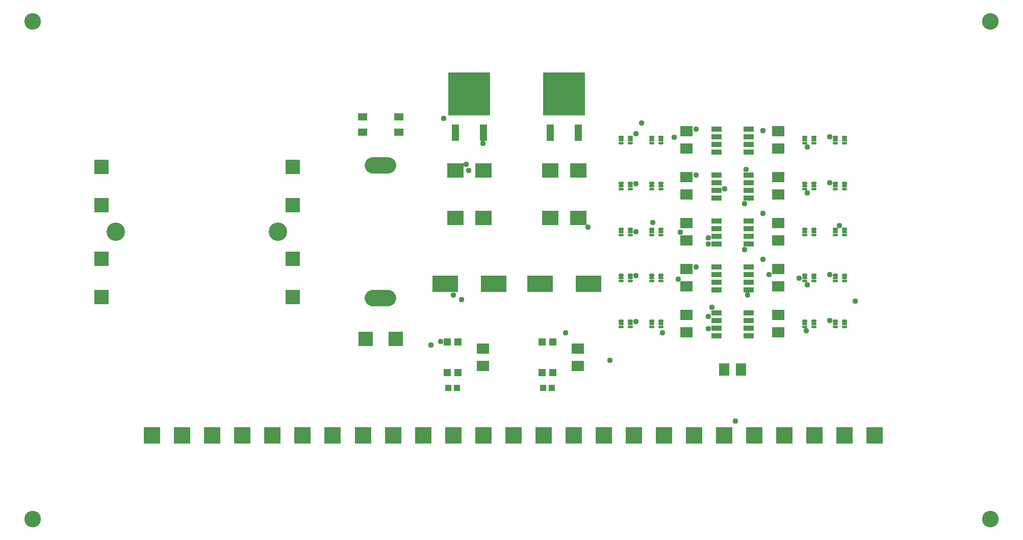
<source format=gbr>
G04 EAGLE Gerber RS-274X export*
G75*
%MOMM*%
%FSLAX34Y34*%
%LPD*%
%INSoldermask Top*%
%IPPOS*%
%AMOC8*
5,1,8,0,0,1.08239X$1,22.5*%
G01*
%ADD10C,2.743200*%
%ADD11R,2.387600X2.387600*%
%ADD12C,3.048000*%
%ADD13R,1.503200X1.203200*%
%ADD14R,4.203200X2.703200*%
%ADD15R,1.143000X2.692400*%
%ADD16R,6.985000X7.137400*%
%ADD17R,1.303200X1.203200*%
%ADD18R,2.006200X1.803200*%
%ADD19R,1.003200X1.003200*%
%ADD20R,2.703200X2.403200*%
%ADD21C,2.743200*%
%ADD22C,0.282259*%
%ADD23R,1.703200X0.853200*%
%ADD24R,1.803200X2.006200*%
%ADD25R,2.743200X2.743200*%
%ADD26C,0.959600*%


D10*
X31750Y857250D03*
X31750Y31750D03*
X1621790Y31750D03*
X1621790Y857250D03*
D11*
X146050Y615950D03*
X463550Y615950D03*
X146050Y552450D03*
X463550Y552450D03*
X146050Y463550D03*
X463550Y463550D03*
X463550Y400050D03*
X146050Y400050D03*
D12*
X170180Y508000D03*
X439420Y508000D03*
D13*
X639600Y673100D03*
X639600Y698500D03*
X579600Y698500D03*
X579600Y673100D03*
D14*
X954400Y421640D03*
X874400Y421640D03*
X796920Y421640D03*
X716920Y421640D03*
D15*
X891500Y672465D03*
D16*
X914400Y736600D03*
D15*
X937300Y672465D03*
X734020Y672465D03*
D16*
X756920Y736600D03*
D15*
X779820Y672465D03*
D17*
X720480Y274320D03*
X737480Y274320D03*
X877960Y325120D03*
X894960Y325120D03*
X877960Y274320D03*
X894960Y274320D03*
D18*
X937260Y285500D03*
X937260Y313940D03*
X779780Y285500D03*
X779780Y313940D03*
D19*
X893960Y248920D03*
X878960Y248920D03*
D20*
X890900Y609600D03*
X937900Y609600D03*
X733420Y609600D03*
X780420Y609600D03*
X890900Y530860D03*
X937900Y530860D03*
X733420Y530860D03*
X780420Y530860D03*
D19*
X736480Y248920D03*
X721480Y248920D03*
D21*
X622300Y617982D02*
X596900Y617982D01*
X596900Y398018D02*
X622300Y398018D01*
D11*
X584600Y330200D03*
X634600Y330200D03*
D18*
X1117600Y674620D03*
X1117600Y646180D03*
D22*
X1011555Y664245D02*
X1005745Y664245D01*
X1005745Y666555D01*
X1011555Y666555D01*
X1011555Y664245D01*
X1011555Y659245D02*
X1005745Y659245D01*
X1005745Y661555D01*
X1011555Y661555D01*
X1011555Y659245D01*
X1011555Y654245D02*
X1005745Y654245D01*
X1005745Y656555D01*
X1011555Y656555D01*
X1011555Y654245D01*
X1020445Y654245D02*
X1026255Y654245D01*
X1020445Y654245D02*
X1020445Y656555D01*
X1026255Y656555D01*
X1026255Y654245D01*
X1026255Y659245D02*
X1020445Y659245D01*
X1020445Y661555D01*
X1026255Y661555D01*
X1026255Y659245D01*
X1026255Y664245D02*
X1020445Y664245D01*
X1020445Y666555D01*
X1026255Y666555D01*
X1026255Y664245D01*
X1056545Y664245D02*
X1062355Y664245D01*
X1056545Y664245D02*
X1056545Y666555D01*
X1062355Y666555D01*
X1062355Y664245D01*
X1062355Y659245D02*
X1056545Y659245D01*
X1056545Y661555D01*
X1062355Y661555D01*
X1062355Y659245D01*
X1062355Y654245D02*
X1056545Y654245D01*
X1056545Y656555D01*
X1062355Y656555D01*
X1062355Y654245D01*
X1071245Y654245D02*
X1077055Y654245D01*
X1071245Y654245D02*
X1071245Y656555D01*
X1077055Y656555D01*
X1077055Y654245D01*
X1077055Y659245D02*
X1071245Y659245D01*
X1071245Y661555D01*
X1077055Y661555D01*
X1077055Y659245D01*
X1077055Y664245D02*
X1071245Y664245D01*
X1071245Y666555D01*
X1077055Y666555D01*
X1077055Y664245D01*
D23*
X1166800Y678400D03*
X1166800Y665700D03*
X1166800Y653000D03*
X1166800Y640300D03*
X1220800Y678400D03*
X1220800Y665700D03*
X1220800Y653000D03*
X1220800Y640300D03*
D18*
X1270000Y674620D03*
X1270000Y646180D03*
D22*
X1310545Y664245D02*
X1316355Y664245D01*
X1310545Y664245D02*
X1310545Y666555D01*
X1316355Y666555D01*
X1316355Y664245D01*
X1316355Y659245D02*
X1310545Y659245D01*
X1310545Y661555D01*
X1316355Y661555D01*
X1316355Y659245D01*
X1316355Y654245D02*
X1310545Y654245D01*
X1310545Y656555D01*
X1316355Y656555D01*
X1316355Y654245D01*
X1325245Y654245D02*
X1331055Y654245D01*
X1325245Y654245D02*
X1325245Y656555D01*
X1331055Y656555D01*
X1331055Y654245D01*
X1331055Y659245D02*
X1325245Y659245D01*
X1325245Y661555D01*
X1331055Y661555D01*
X1331055Y659245D01*
X1331055Y664245D02*
X1325245Y664245D01*
X1325245Y666555D01*
X1331055Y666555D01*
X1331055Y664245D01*
X1361345Y664245D02*
X1367155Y664245D01*
X1361345Y664245D02*
X1361345Y666555D01*
X1367155Y666555D01*
X1367155Y664245D01*
X1367155Y659245D02*
X1361345Y659245D01*
X1361345Y661555D01*
X1367155Y661555D01*
X1367155Y659245D01*
X1367155Y654245D02*
X1361345Y654245D01*
X1361345Y656555D01*
X1367155Y656555D01*
X1367155Y654245D01*
X1376045Y654245D02*
X1381855Y654245D01*
X1376045Y654245D02*
X1376045Y656555D01*
X1381855Y656555D01*
X1381855Y654245D01*
X1381855Y659245D02*
X1376045Y659245D01*
X1376045Y661555D01*
X1381855Y661555D01*
X1381855Y659245D01*
X1381855Y664245D02*
X1376045Y664245D01*
X1376045Y666555D01*
X1381855Y666555D01*
X1381855Y664245D01*
D24*
X1179580Y279400D03*
X1208020Y279400D03*
D18*
X1117600Y522220D03*
X1117600Y493780D03*
D22*
X1011555Y511845D02*
X1005745Y511845D01*
X1005745Y514155D01*
X1011555Y514155D01*
X1011555Y511845D01*
X1011555Y506845D02*
X1005745Y506845D01*
X1005745Y509155D01*
X1011555Y509155D01*
X1011555Y506845D01*
X1011555Y501845D02*
X1005745Y501845D01*
X1005745Y504155D01*
X1011555Y504155D01*
X1011555Y501845D01*
X1020445Y501845D02*
X1026255Y501845D01*
X1020445Y501845D02*
X1020445Y504155D01*
X1026255Y504155D01*
X1026255Y501845D01*
X1026255Y506845D02*
X1020445Y506845D01*
X1020445Y509155D01*
X1026255Y509155D01*
X1026255Y506845D01*
X1026255Y511845D02*
X1020445Y511845D01*
X1020445Y514155D01*
X1026255Y514155D01*
X1026255Y511845D01*
X1056545Y511845D02*
X1062355Y511845D01*
X1056545Y511845D02*
X1056545Y514155D01*
X1062355Y514155D01*
X1062355Y511845D01*
X1062355Y506845D02*
X1056545Y506845D01*
X1056545Y509155D01*
X1062355Y509155D01*
X1062355Y506845D01*
X1062355Y501845D02*
X1056545Y501845D01*
X1056545Y504155D01*
X1062355Y504155D01*
X1062355Y501845D01*
X1071245Y501845D02*
X1077055Y501845D01*
X1071245Y501845D02*
X1071245Y504155D01*
X1077055Y504155D01*
X1077055Y501845D01*
X1077055Y506845D02*
X1071245Y506845D01*
X1071245Y509155D01*
X1077055Y509155D01*
X1077055Y506845D01*
X1077055Y511845D02*
X1071245Y511845D01*
X1071245Y514155D01*
X1077055Y514155D01*
X1077055Y511845D01*
D23*
X1166800Y526000D03*
X1166800Y513300D03*
X1166800Y500600D03*
X1166800Y487900D03*
X1220800Y526000D03*
X1220800Y513300D03*
X1220800Y500600D03*
X1220800Y487900D03*
D18*
X1270000Y522220D03*
X1270000Y493780D03*
D22*
X1310545Y511845D02*
X1316355Y511845D01*
X1310545Y511845D02*
X1310545Y514155D01*
X1316355Y514155D01*
X1316355Y511845D01*
X1316355Y506845D02*
X1310545Y506845D01*
X1310545Y509155D01*
X1316355Y509155D01*
X1316355Y506845D01*
X1316355Y501845D02*
X1310545Y501845D01*
X1310545Y504155D01*
X1316355Y504155D01*
X1316355Y501845D01*
X1325245Y501845D02*
X1331055Y501845D01*
X1325245Y501845D02*
X1325245Y504155D01*
X1331055Y504155D01*
X1331055Y501845D01*
X1331055Y506845D02*
X1325245Y506845D01*
X1325245Y509155D01*
X1331055Y509155D01*
X1331055Y506845D01*
X1331055Y511845D02*
X1325245Y511845D01*
X1325245Y514155D01*
X1331055Y514155D01*
X1331055Y511845D01*
X1361345Y511845D02*
X1367155Y511845D01*
X1361345Y511845D02*
X1361345Y514155D01*
X1367155Y514155D01*
X1367155Y511845D01*
X1367155Y506845D02*
X1361345Y506845D01*
X1361345Y509155D01*
X1367155Y509155D01*
X1367155Y506845D01*
X1367155Y501845D02*
X1361345Y501845D01*
X1361345Y504155D01*
X1367155Y504155D01*
X1367155Y501845D01*
X1376045Y501845D02*
X1381855Y501845D01*
X1376045Y501845D02*
X1376045Y504155D01*
X1381855Y504155D01*
X1381855Y501845D01*
X1381855Y506845D02*
X1376045Y506845D01*
X1376045Y509155D01*
X1381855Y509155D01*
X1381855Y506845D01*
X1381855Y511845D02*
X1376045Y511845D01*
X1376045Y514155D01*
X1381855Y514155D01*
X1381855Y511845D01*
D18*
X1117600Y369820D03*
X1117600Y341380D03*
D22*
X1011555Y359445D02*
X1005745Y359445D01*
X1005745Y361755D01*
X1011555Y361755D01*
X1011555Y359445D01*
X1011555Y354445D02*
X1005745Y354445D01*
X1005745Y356755D01*
X1011555Y356755D01*
X1011555Y354445D01*
X1011555Y349445D02*
X1005745Y349445D01*
X1005745Y351755D01*
X1011555Y351755D01*
X1011555Y349445D01*
X1020445Y349445D02*
X1026255Y349445D01*
X1020445Y349445D02*
X1020445Y351755D01*
X1026255Y351755D01*
X1026255Y349445D01*
X1026255Y354445D02*
X1020445Y354445D01*
X1020445Y356755D01*
X1026255Y356755D01*
X1026255Y354445D01*
X1026255Y359445D02*
X1020445Y359445D01*
X1020445Y361755D01*
X1026255Y361755D01*
X1026255Y359445D01*
X1056545Y359445D02*
X1062355Y359445D01*
X1056545Y359445D02*
X1056545Y361755D01*
X1062355Y361755D01*
X1062355Y359445D01*
X1062355Y354445D02*
X1056545Y354445D01*
X1056545Y356755D01*
X1062355Y356755D01*
X1062355Y354445D01*
X1062355Y349445D02*
X1056545Y349445D01*
X1056545Y351755D01*
X1062355Y351755D01*
X1062355Y349445D01*
X1071245Y349445D02*
X1077055Y349445D01*
X1071245Y349445D02*
X1071245Y351755D01*
X1077055Y351755D01*
X1077055Y349445D01*
X1077055Y354445D02*
X1071245Y354445D01*
X1071245Y356755D01*
X1077055Y356755D01*
X1077055Y354445D01*
X1077055Y359445D02*
X1071245Y359445D01*
X1071245Y361755D01*
X1077055Y361755D01*
X1077055Y359445D01*
D23*
X1166800Y373600D03*
X1166800Y360900D03*
X1166800Y348200D03*
X1166800Y335500D03*
X1220800Y373600D03*
X1220800Y360900D03*
X1220800Y348200D03*
X1220800Y335500D03*
D18*
X1270000Y369820D03*
X1270000Y341380D03*
D22*
X1310545Y359445D02*
X1316355Y359445D01*
X1310545Y359445D02*
X1310545Y361755D01*
X1316355Y361755D01*
X1316355Y359445D01*
X1316355Y354445D02*
X1310545Y354445D01*
X1310545Y356755D01*
X1316355Y356755D01*
X1316355Y354445D01*
X1316355Y349445D02*
X1310545Y349445D01*
X1310545Y351755D01*
X1316355Y351755D01*
X1316355Y349445D01*
X1325245Y349445D02*
X1331055Y349445D01*
X1325245Y349445D02*
X1325245Y351755D01*
X1331055Y351755D01*
X1331055Y349445D01*
X1331055Y354445D02*
X1325245Y354445D01*
X1325245Y356755D01*
X1331055Y356755D01*
X1331055Y354445D01*
X1331055Y359445D02*
X1325245Y359445D01*
X1325245Y361755D01*
X1331055Y361755D01*
X1331055Y359445D01*
X1361345Y359445D02*
X1367155Y359445D01*
X1361345Y359445D02*
X1361345Y361755D01*
X1367155Y361755D01*
X1367155Y359445D01*
X1367155Y354445D02*
X1361345Y354445D01*
X1361345Y356755D01*
X1367155Y356755D01*
X1367155Y354445D01*
X1367155Y349445D02*
X1361345Y349445D01*
X1361345Y351755D01*
X1367155Y351755D01*
X1367155Y349445D01*
X1376045Y349445D02*
X1381855Y349445D01*
X1376045Y349445D02*
X1376045Y351755D01*
X1381855Y351755D01*
X1381855Y349445D01*
X1381855Y354445D02*
X1376045Y354445D01*
X1376045Y356755D01*
X1381855Y356755D01*
X1381855Y354445D01*
X1381855Y359445D02*
X1376045Y359445D01*
X1376045Y361755D01*
X1381855Y361755D01*
X1381855Y359445D01*
D18*
X1117600Y598420D03*
X1117600Y569980D03*
D22*
X1011555Y588045D02*
X1005745Y588045D01*
X1005745Y590355D01*
X1011555Y590355D01*
X1011555Y588045D01*
X1011555Y583045D02*
X1005745Y583045D01*
X1005745Y585355D01*
X1011555Y585355D01*
X1011555Y583045D01*
X1011555Y578045D02*
X1005745Y578045D01*
X1005745Y580355D01*
X1011555Y580355D01*
X1011555Y578045D01*
X1020445Y578045D02*
X1026255Y578045D01*
X1020445Y578045D02*
X1020445Y580355D01*
X1026255Y580355D01*
X1026255Y578045D01*
X1026255Y583045D02*
X1020445Y583045D01*
X1020445Y585355D01*
X1026255Y585355D01*
X1026255Y583045D01*
X1026255Y588045D02*
X1020445Y588045D01*
X1020445Y590355D01*
X1026255Y590355D01*
X1026255Y588045D01*
X1056545Y588045D02*
X1062355Y588045D01*
X1056545Y588045D02*
X1056545Y590355D01*
X1062355Y590355D01*
X1062355Y588045D01*
X1062355Y583045D02*
X1056545Y583045D01*
X1056545Y585355D01*
X1062355Y585355D01*
X1062355Y583045D01*
X1062355Y578045D02*
X1056545Y578045D01*
X1056545Y580355D01*
X1062355Y580355D01*
X1062355Y578045D01*
X1071245Y578045D02*
X1077055Y578045D01*
X1071245Y578045D02*
X1071245Y580355D01*
X1077055Y580355D01*
X1077055Y578045D01*
X1077055Y583045D02*
X1071245Y583045D01*
X1071245Y585355D01*
X1077055Y585355D01*
X1077055Y583045D01*
X1077055Y588045D02*
X1071245Y588045D01*
X1071245Y590355D01*
X1077055Y590355D01*
X1077055Y588045D01*
D23*
X1166800Y602200D03*
X1166800Y589500D03*
X1166800Y576800D03*
X1166800Y564100D03*
X1220800Y602200D03*
X1220800Y589500D03*
X1220800Y576800D03*
X1220800Y564100D03*
D18*
X1270000Y598420D03*
X1270000Y569980D03*
D22*
X1310545Y588045D02*
X1316355Y588045D01*
X1310545Y588045D02*
X1310545Y590355D01*
X1316355Y590355D01*
X1316355Y588045D01*
X1316355Y583045D02*
X1310545Y583045D01*
X1310545Y585355D01*
X1316355Y585355D01*
X1316355Y583045D01*
X1316355Y578045D02*
X1310545Y578045D01*
X1310545Y580355D01*
X1316355Y580355D01*
X1316355Y578045D01*
X1325245Y578045D02*
X1331055Y578045D01*
X1325245Y578045D02*
X1325245Y580355D01*
X1331055Y580355D01*
X1331055Y578045D01*
X1331055Y583045D02*
X1325245Y583045D01*
X1325245Y585355D01*
X1331055Y585355D01*
X1331055Y583045D01*
X1331055Y588045D02*
X1325245Y588045D01*
X1325245Y590355D01*
X1331055Y590355D01*
X1331055Y588045D01*
X1361345Y588045D02*
X1367155Y588045D01*
X1361345Y588045D02*
X1361345Y590355D01*
X1367155Y590355D01*
X1367155Y588045D01*
X1367155Y583045D02*
X1361345Y583045D01*
X1361345Y585355D01*
X1367155Y585355D01*
X1367155Y583045D01*
X1367155Y578045D02*
X1361345Y578045D01*
X1361345Y580355D01*
X1367155Y580355D01*
X1367155Y578045D01*
X1376045Y578045D02*
X1381855Y578045D01*
X1376045Y578045D02*
X1376045Y580355D01*
X1381855Y580355D01*
X1381855Y578045D01*
X1381855Y583045D02*
X1376045Y583045D01*
X1376045Y585355D01*
X1381855Y585355D01*
X1381855Y583045D01*
X1381855Y588045D02*
X1376045Y588045D01*
X1376045Y590355D01*
X1381855Y590355D01*
X1381855Y588045D01*
D18*
X1117600Y446020D03*
X1117600Y417580D03*
D22*
X1011555Y435645D02*
X1005745Y435645D01*
X1005745Y437955D01*
X1011555Y437955D01*
X1011555Y435645D01*
X1011555Y430645D02*
X1005745Y430645D01*
X1005745Y432955D01*
X1011555Y432955D01*
X1011555Y430645D01*
X1011555Y425645D02*
X1005745Y425645D01*
X1005745Y427955D01*
X1011555Y427955D01*
X1011555Y425645D01*
X1020445Y425645D02*
X1026255Y425645D01*
X1020445Y425645D02*
X1020445Y427955D01*
X1026255Y427955D01*
X1026255Y425645D01*
X1026255Y430645D02*
X1020445Y430645D01*
X1020445Y432955D01*
X1026255Y432955D01*
X1026255Y430645D01*
X1026255Y435645D02*
X1020445Y435645D01*
X1020445Y437955D01*
X1026255Y437955D01*
X1026255Y435645D01*
X1056545Y435645D02*
X1062355Y435645D01*
X1056545Y435645D02*
X1056545Y437955D01*
X1062355Y437955D01*
X1062355Y435645D01*
X1062355Y430645D02*
X1056545Y430645D01*
X1056545Y432955D01*
X1062355Y432955D01*
X1062355Y430645D01*
X1062355Y425645D02*
X1056545Y425645D01*
X1056545Y427955D01*
X1062355Y427955D01*
X1062355Y425645D01*
X1071245Y425645D02*
X1077055Y425645D01*
X1071245Y425645D02*
X1071245Y427955D01*
X1077055Y427955D01*
X1077055Y425645D01*
X1077055Y430645D02*
X1071245Y430645D01*
X1071245Y432955D01*
X1077055Y432955D01*
X1077055Y430645D01*
X1077055Y435645D02*
X1071245Y435645D01*
X1071245Y437955D01*
X1077055Y437955D01*
X1077055Y435645D01*
D23*
X1166800Y449800D03*
X1166800Y437100D03*
X1166800Y424400D03*
X1166800Y411700D03*
X1220800Y449800D03*
X1220800Y437100D03*
X1220800Y424400D03*
X1220800Y411700D03*
D18*
X1270000Y446020D03*
X1270000Y417580D03*
D22*
X1310545Y435645D02*
X1316355Y435645D01*
X1310545Y435645D02*
X1310545Y437955D01*
X1316355Y437955D01*
X1316355Y435645D01*
X1316355Y430645D02*
X1310545Y430645D01*
X1310545Y432955D01*
X1316355Y432955D01*
X1316355Y430645D01*
X1316355Y425645D02*
X1310545Y425645D01*
X1310545Y427955D01*
X1316355Y427955D01*
X1316355Y425645D01*
X1325245Y425645D02*
X1331055Y425645D01*
X1325245Y425645D02*
X1325245Y427955D01*
X1331055Y427955D01*
X1331055Y425645D01*
X1331055Y430645D02*
X1325245Y430645D01*
X1325245Y432955D01*
X1331055Y432955D01*
X1331055Y430645D01*
X1331055Y435645D02*
X1325245Y435645D01*
X1325245Y437955D01*
X1331055Y437955D01*
X1331055Y435645D01*
X1361345Y435645D02*
X1367155Y435645D01*
X1361345Y435645D02*
X1361345Y437955D01*
X1367155Y437955D01*
X1367155Y435645D01*
X1367155Y430645D02*
X1361345Y430645D01*
X1361345Y432955D01*
X1367155Y432955D01*
X1367155Y430645D01*
X1367155Y425645D02*
X1361345Y425645D01*
X1361345Y427955D01*
X1367155Y427955D01*
X1367155Y425645D01*
X1376045Y425645D02*
X1381855Y425645D01*
X1376045Y425645D02*
X1376045Y427955D01*
X1381855Y427955D01*
X1381855Y425645D01*
X1381855Y430645D02*
X1376045Y430645D01*
X1376045Y432955D01*
X1381855Y432955D01*
X1381855Y430645D01*
X1381855Y435645D02*
X1376045Y435645D01*
X1376045Y437955D01*
X1381855Y437955D01*
X1381855Y435645D01*
D25*
X1430000Y170000D03*
X230000Y170000D03*
X280000Y170000D03*
X330000Y170000D03*
X380000Y170000D03*
X430000Y170000D03*
X480000Y170000D03*
X530000Y170000D03*
X580000Y170000D03*
X630000Y170000D03*
X680000Y170000D03*
X730000Y170000D03*
X780000Y170000D03*
X830000Y170000D03*
X880000Y170000D03*
X930000Y170000D03*
X980000Y170000D03*
X1030000Y170000D03*
X1080000Y170000D03*
X1130000Y170000D03*
X1180000Y170000D03*
X1230000Y170000D03*
X1280000Y170000D03*
X1330000Y170000D03*
X1380000Y170000D03*
D17*
X720480Y325120D03*
X737480Y325120D03*
D26*
X916940Y340360D03*
X1244600Y675640D03*
X1244600Y538480D03*
X1244600Y462280D03*
X709422Y326136D03*
X779526Y654558D03*
X751332Y619506D03*
X1153668Y487680D03*
X954024Y515874D03*
X755904Y609600D03*
X713994Y696468D03*
X743712Y395478D03*
X729996Y403098D03*
X1133094Y678180D03*
X1033272Y670560D03*
X1317498Y648462D03*
X1354836Y665226D03*
X1103376Y429006D03*
X1107186Y507492D03*
X1033272Y508254D03*
X1159764Y382524D03*
X1033272Y358902D03*
X1315974Y343662D03*
X1354836Y360426D03*
X1133094Y601980D03*
X1033272Y587502D03*
X1317498Y572262D03*
X1354836Y589026D03*
X1133094Y449580D03*
X1033272Y435102D03*
X1254252Y437388D03*
X1304544Y431292D03*
X1317498Y419862D03*
X1354836Y436626D03*
X1153668Y367284D03*
X1153668Y347472D03*
X1219200Y403098D03*
X1153668Y498348D03*
X1213866Y478536D03*
X1213866Y554736D03*
X1216152Y611124D03*
X1180338Y579120D03*
X1096518Y664464D03*
X1042416Y688848D03*
X692658Y320040D03*
X1061466Y523494D03*
X1371600Y518160D03*
X1077468Y340614D03*
X989838Y294894D03*
X1397508Y393192D03*
X1198626Y194310D03*
M02*

</source>
